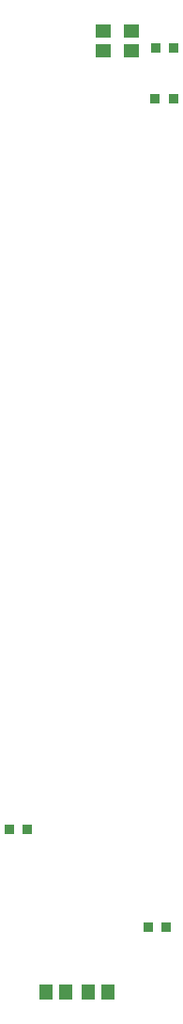
<source format=gbp>
G04*
G04 #@! TF.GenerationSoftware,Altium Limited,Altium Designer,18.1.9 (240)*
G04*
G04 Layer_Color=128*
%FSLAX25Y25*%
%MOIN*%
G70*
G01*
G75*
%ADD19R,0.03700X0.03200*%
%ADD88R,0.04724X0.05512*%
%ADD89R,0.05512X0.04724*%
D19*
X170200Y59000D02*
D03*
X163800D02*
D03*
X166300Y352500D02*
D03*
X172700D02*
D03*
X121000Y93500D02*
D03*
X114600D02*
D03*
X172850Y370500D02*
D03*
X166450D02*
D03*
D88*
X127457Y36000D02*
D03*
X134543D02*
D03*
X149543Y36000D02*
D03*
X142457D02*
D03*
D89*
X148000Y376543D02*
D03*
Y369457D02*
D03*
X158000Y376543D02*
D03*
Y369457D02*
D03*
M02*

</source>
